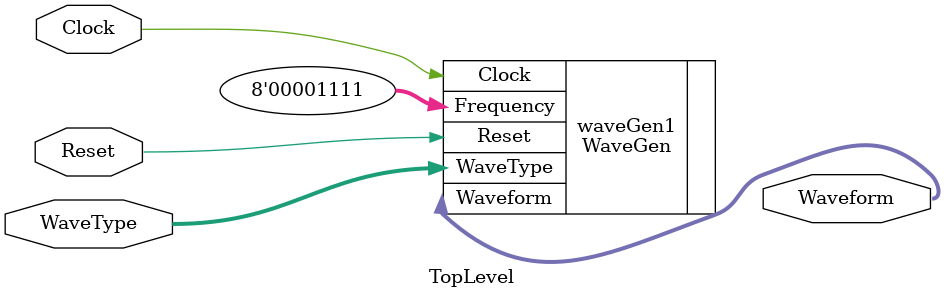
<source format=v>


module TopLevel(
    Clock,
    Reset,
    Waveform,
    WaveType
);
    parameter WAVE_DEPTH=8;
    parameter WAVE_HIGH_BIT=WAVE_DEPTH-1;
    parameter WAVE_MAX = (1<<WAVE_DEPTH)-1;

    input Clock, Reset;
    input [1:0] WaveType;
    output [WAVE_HIGH_BIT:0] Waveform;

    WaveGen 
    #(
        .WAVE_DEPTH(WAVE_DEPTH)
    ) 
    waveGen1
    (
        .Clock(Clock),
        .Reset(Reset),
        .Frequency(8'h0F),
        .WaveType(WaveType),
        .Waveform(Waveform)
    );
    
endmodule
</source>
